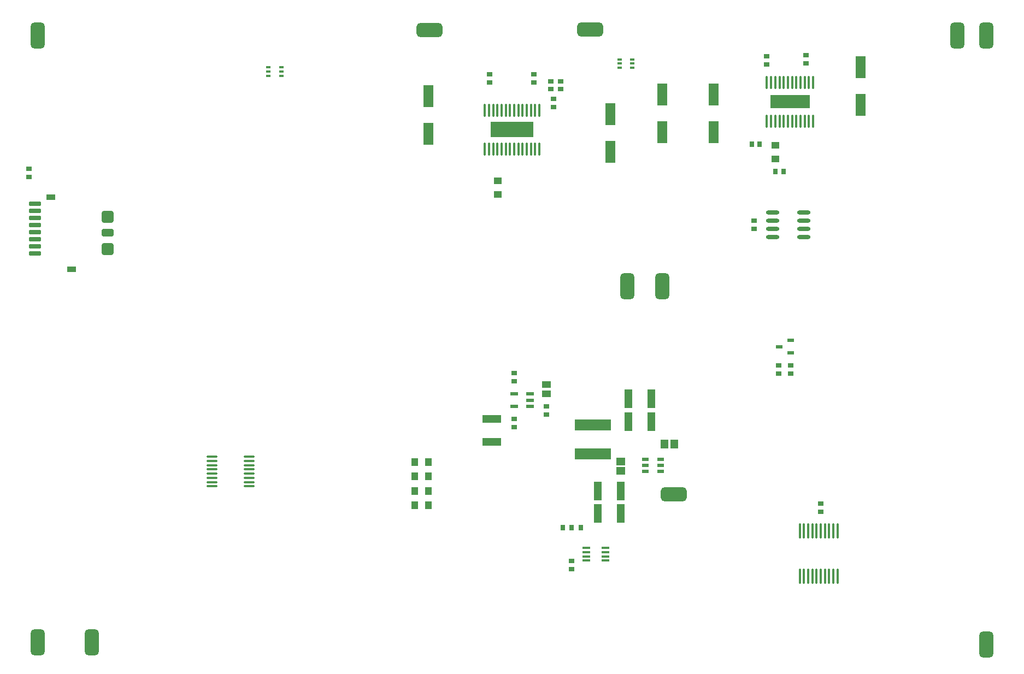
<source format=gtp>
G04*
G04 #@! TF.GenerationSoftware,Altium Limited,Altium Designer,19.0.10 (269)*
G04*
G04 Layer_Color=8421504*
%FSLAX43Y43*%
%MOMM*%
G71*
G01*
G75*
G04:AMPARAMS|DCode=19|XSize=0.7mm|YSize=1.8mm|CornerRadius=0.088mm|HoleSize=0mm|Usage=FLASHONLY|Rotation=90.000|XOffset=0mm|YOffset=0mm|HoleType=Round|Shape=RoundedRectangle|*
%AMROUNDEDRECTD19*
21,1,0.700,1.625,0,0,90.0*
21,1,0.525,1.800,0,0,90.0*
1,1,0.175,0.813,0.263*
1,1,0.175,0.813,-0.263*
1,1,0.175,-0.813,-0.263*
1,1,0.175,-0.813,0.263*
%
%ADD19ROUNDEDRECTD19*%
G04:AMPARAMS|DCode=20|XSize=1.8mm|YSize=1.8mm|CornerRadius=0.225mm|HoleSize=0mm|Usage=FLASHONLY|Rotation=90.000|XOffset=0mm|YOffset=0mm|HoleType=Round|Shape=RoundedRectangle|*
%AMROUNDEDRECTD20*
21,1,1.800,1.350,0,0,90.0*
21,1,1.350,1.800,0,0,90.0*
1,1,0.450,0.675,0.675*
1,1,0.450,0.675,-0.675*
1,1,0.450,-0.675,-0.675*
1,1,0.450,-0.675,0.675*
%
%ADD20ROUNDEDRECTD20*%
G04:AMPARAMS|DCode=21|XSize=1.2mm|YSize=1.8mm|CornerRadius=0.15mm|HoleSize=0mm|Usage=FLASHONLY|Rotation=90.000|XOffset=0mm|YOffset=0mm|HoleType=Round|Shape=RoundedRectangle|*
%AMROUNDEDRECTD21*
21,1,1.200,1.500,0,0,90.0*
21,1,0.900,1.800,0,0,90.0*
1,1,0.300,0.750,0.450*
1,1,0.300,0.750,-0.450*
1,1,0.300,-0.750,-0.450*
1,1,0.300,-0.750,0.450*
%
%ADD21ROUNDEDRECTD21*%
G04:AMPARAMS|DCode=22|XSize=0.9mm|YSize=1.4mm|CornerRadius=0.113mm|HoleSize=0mm|Usage=FLASHONLY|Rotation=90.000|XOffset=0mm|YOffset=0mm|HoleType=Round|Shape=RoundedRectangle|*
%AMROUNDEDRECTD22*
21,1,0.900,1.175,0,0,90.0*
21,1,0.675,1.400,0,0,90.0*
1,1,0.225,0.588,0.338*
1,1,0.225,0.588,-0.338*
1,1,0.225,-0.588,-0.338*
1,1,0.225,-0.588,0.338*
%
%ADD22ROUNDEDRECTD22*%
G04:AMPARAMS|DCode=23|XSize=0.38mm|YSize=1.2mm|CornerRadius=0.042mm|HoleSize=0mm|Usage=FLASHONLY|Rotation=90.000|XOffset=0mm|YOffset=0mm|HoleType=Round|Shape=RoundedRectangle|*
%AMROUNDEDRECTD23*
21,1,0.380,1.116,0,0,90.0*
21,1,0.296,1.200,0,0,90.0*
1,1,0.084,0.558,0.148*
1,1,0.084,0.558,-0.148*
1,1,0.084,-0.558,-0.148*
1,1,0.084,-0.558,0.148*
%
%ADD23ROUNDEDRECTD23*%
G04:AMPARAMS|DCode=24|XSize=4mm|YSize=2.2mm|CornerRadius=0.55mm|HoleSize=0mm|Usage=FLASHONLY|Rotation=180.000|XOffset=0mm|YOffset=0mm|HoleType=Round|Shape=RoundedRectangle|*
%AMROUNDEDRECTD24*
21,1,4.000,1.100,0,0,180.0*
21,1,2.900,2.200,0,0,180.0*
1,1,1.100,-1.450,0.550*
1,1,1.100,1.450,0.550*
1,1,1.100,1.450,-0.550*
1,1,1.100,-1.450,-0.550*
%
%ADD24ROUNDEDRECTD24*%
%ADD25R,6.690X2.400*%
%ADD26O,0.350X2.200*%
%ADD27O,0.350X2.400*%
%ADD28R,6.200X2.000*%
%ADD29R,1.600X3.500*%
%ADD30R,1.200X1.450*%
%ADD31R,1.350X1.100*%
%ADD32R,2.900X1.150*%
%ADD33R,5.700X1.700*%
%ADD34R,1.100X1.200*%
%ADD35R,1.100X0.600*%
%ADD36R,0.850X0.750*%
%ADD37R,1.300X0.550*%
%ADD38O,1.700X0.350*%
%ADD39O,2.050X0.600*%
%ADD40R,0.800X0.300*%
%ADD41R,0.900X0.750*%
%ADD42R,0.850X0.700*%
%ADD43R,0.900X0.800*%
%ADD44R,1.150X2.900*%
%ADD45R,0.700X0.850*%
%ADD46R,0.800X0.900*%
%ADD47R,1.350X1.150*%
G04:AMPARAMS|DCode=48|XSize=4mm|YSize=2.2mm|CornerRadius=0.55mm|HoleSize=0mm|Usage=FLASHONLY|Rotation=90.000|XOffset=0mm|YOffset=0mm|HoleType=Round|Shape=RoundedRectangle|*
%AMROUNDEDRECTD48*
21,1,4.000,1.100,0,0,90.0*
21,1,2.900,2.200,0,0,90.0*
1,1,1.100,0.550,1.450*
1,1,1.100,0.550,-1.450*
1,1,1.100,-0.550,-1.450*
1,1,1.100,-0.550,1.450*
%
%ADD48ROUNDEDRECTD48*%
%ADD49R,1.200X1.100*%
D19*
X52600Y115390D02*
D03*
Y121990D02*
D03*
Y120890D02*
D03*
Y119790D02*
D03*
Y118690D02*
D03*
Y117590D02*
D03*
Y116490D02*
D03*
Y114290D02*
D03*
D20*
X63800Y119980D02*
D03*
Y114980D02*
D03*
D21*
Y117480D02*
D03*
D22*
X58250Y111809D02*
D03*
X55000Y122980D02*
D03*
D23*
X140950Y68650D02*
D03*
Y68000D02*
D03*
Y67350D02*
D03*
Y66700D02*
D03*
X138000D02*
D03*
Y67350D02*
D03*
Y68000D02*
D03*
Y68650D02*
D03*
D24*
X138600Y149000D02*
D03*
X151500Y77000D02*
D03*
X113700Y148900D02*
D03*
D25*
X126500Y133500D02*
D03*
D26*
X122275Y130500D02*
D03*
X122925D02*
D03*
X123575D02*
D03*
X124225D02*
D03*
X124875D02*
D03*
X125525D02*
D03*
X126175D02*
D03*
X126825D02*
D03*
X127475D02*
D03*
X128125D02*
D03*
X128775D02*
D03*
X129425D02*
D03*
X130075D02*
D03*
X130725D02*
D03*
X122275Y136500D02*
D03*
X122925D02*
D03*
X123575D02*
D03*
X124225D02*
D03*
X124875D02*
D03*
X125525D02*
D03*
X126175D02*
D03*
X126825D02*
D03*
X127475D02*
D03*
X128125D02*
D03*
X128775D02*
D03*
X129425D02*
D03*
X130075D02*
D03*
X130725D02*
D03*
X173125Y140800D02*
D03*
X172475D02*
D03*
X171825D02*
D03*
X171175D02*
D03*
X170525D02*
D03*
X169875D02*
D03*
X169225D02*
D03*
X168575D02*
D03*
X167925D02*
D03*
X167275D02*
D03*
X166625D02*
D03*
X165975D02*
D03*
Y134800D02*
D03*
X166625D02*
D03*
X173125D02*
D03*
X172475D02*
D03*
X171825D02*
D03*
X171175D02*
D03*
X170525D02*
D03*
X169875D02*
D03*
X169225D02*
D03*
X168575D02*
D03*
X167925D02*
D03*
X167275D02*
D03*
D27*
X176925Y71250D02*
D03*
X176275D02*
D03*
X175625D02*
D03*
X174975D02*
D03*
X174325D02*
D03*
X173675D02*
D03*
X173025D02*
D03*
X172375D02*
D03*
X171725D02*
D03*
X171075D02*
D03*
X176925Y64250D02*
D03*
X176275D02*
D03*
X175625D02*
D03*
X174975D02*
D03*
X174325D02*
D03*
X173675D02*
D03*
X173025D02*
D03*
X172375D02*
D03*
X171725D02*
D03*
X171075D02*
D03*
D28*
X169550Y137800D02*
D03*
D29*
X180500Y137350D02*
D03*
Y143150D02*
D03*
X149750Y138900D02*
D03*
Y133100D02*
D03*
X157750Y138900D02*
D03*
Y133100D02*
D03*
X141750Y130050D02*
D03*
Y135850D02*
D03*
X113550Y132850D02*
D03*
Y138650D02*
D03*
D30*
X151610Y84750D02*
D03*
X150110D02*
D03*
D31*
X131850Y93980D02*
D03*
Y92516D02*
D03*
D32*
X123325Y85112D02*
D03*
Y88662D02*
D03*
D33*
X139000Y83250D02*
D03*
Y87750D02*
D03*
D34*
X111450Y82000D02*
D03*
X113550D02*
D03*
Y77500D02*
D03*
X111450D02*
D03*
X113550Y79750D02*
D03*
X111450D02*
D03*
X113550Y75250D02*
D03*
X111450D02*
D03*
D35*
X167850Y99850D02*
D03*
X169650Y100800D02*
D03*
Y98900D02*
D03*
X147120Y82418D02*
D03*
Y81467D02*
D03*
Y80518D02*
D03*
X149520D02*
D03*
Y81467D02*
D03*
Y82418D02*
D03*
D36*
X167800Y95700D02*
D03*
Y96950D02*
D03*
X169650D02*
D03*
Y95700D02*
D03*
D37*
X129250Y90616D02*
D03*
Y91566D02*
D03*
Y92516D02*
D03*
X126850D02*
D03*
Y90616D02*
D03*
D38*
X80035Y82768D02*
D03*
Y82118D02*
D03*
Y81467D02*
D03*
Y80817D02*
D03*
Y80168D02*
D03*
Y79518D02*
D03*
Y78868D02*
D03*
X85735Y82768D02*
D03*
Y82118D02*
D03*
Y81467D02*
D03*
Y80817D02*
D03*
Y80168D02*
D03*
Y79518D02*
D03*
Y78868D02*
D03*
X80035Y78232D02*
D03*
X85750D02*
D03*
D39*
X166825Y120655D02*
D03*
Y119385D02*
D03*
Y118115D02*
D03*
Y116845D02*
D03*
X171675Y120655D02*
D03*
Y119385D02*
D03*
Y118115D02*
D03*
Y116845D02*
D03*
D40*
X143140Y143100D02*
D03*
Y143750D02*
D03*
Y144400D02*
D03*
X145140D02*
D03*
Y143750D02*
D03*
Y143100D02*
D03*
X90750Y141850D02*
D03*
Y142500D02*
D03*
Y143150D02*
D03*
X88750D02*
D03*
Y142500D02*
D03*
Y141850D02*
D03*
D41*
X51600Y127425D02*
D03*
Y126175D02*
D03*
X164000Y119375D02*
D03*
Y118125D02*
D03*
X174325Y74265D02*
D03*
Y75515D02*
D03*
D42*
X134000Y139750D02*
D03*
Y141000D02*
D03*
D43*
X172000Y145025D02*
D03*
Y143775D02*
D03*
X165975Y143625D02*
D03*
Y144875D02*
D03*
X135750Y65375D02*
D03*
Y66625D02*
D03*
X132500Y139750D02*
D03*
Y141000D02*
D03*
X129900Y140822D02*
D03*
Y142072D02*
D03*
X123000Y140822D02*
D03*
Y142072D02*
D03*
X126850Y94516D02*
D03*
Y95766D02*
D03*
Y88662D02*
D03*
Y87412D02*
D03*
X131850Y90616D02*
D03*
Y89366D02*
D03*
X132900Y136975D02*
D03*
Y138225D02*
D03*
D44*
X144545Y91750D02*
D03*
X148095D02*
D03*
X144545Y88250D02*
D03*
X148095D02*
D03*
X143345Y77500D02*
D03*
X139795D02*
D03*
X143345Y74000D02*
D03*
X139795D02*
D03*
D45*
X164875Y131250D02*
D03*
X163625D02*
D03*
X167275Y127000D02*
D03*
X168525D02*
D03*
D46*
X134350Y71790D02*
D03*
X137150D02*
D03*
X135750D02*
D03*
D47*
X143345Y82025D02*
D03*
Y80575D02*
D03*
D48*
X195450Y148050D02*
D03*
X61350Y54050D02*
D03*
X149750Y109250D02*
D03*
X53000Y148050D02*
D03*
X200000D02*
D03*
Y53670D02*
D03*
X53000Y54020D02*
D03*
X144328Y109250D02*
D03*
D49*
X167250Y128950D02*
D03*
Y131050D02*
D03*
X124250Y123450D02*
D03*
Y125550D02*
D03*
M02*

</source>
